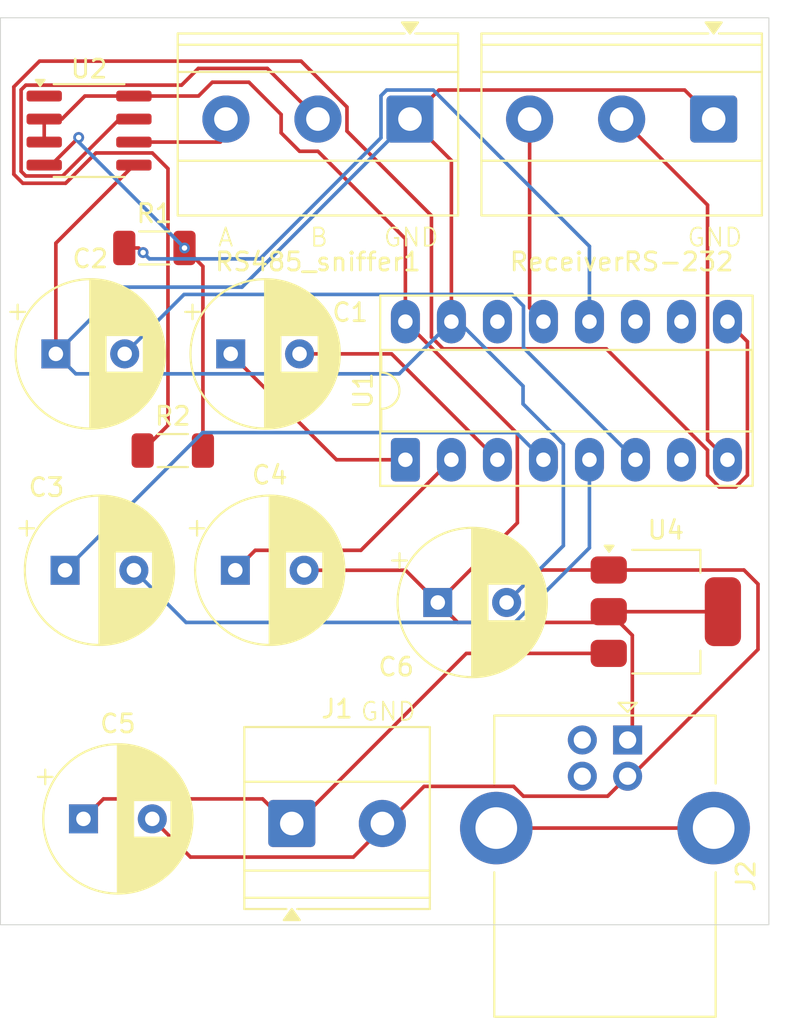
<source format=kicad_pcb>
(kicad_pcb (version 20241229) (generator "pcbnew") (generator_version "9.0")
  (layers (0 "F.Cu" signal) (2 "B.Cu" signal) (13 "F.Paste" user) (15 "B.Paste" user) (5 "F.SilkS" user "F.Silkscreen") (7 "B.SilkS" user "B.Silkscreen") (1 "F.Mask" user) (3 "B.Mask" user) (25 "Edge.Cuts" user))
  (net 0 "")
  (net 1 "Net-(U1-C1+)")
  (net 2 "Net-(U1-C1-)")
  (net 3 "GND")
  (net 4 "Net-(U1-VS-)")
  (net 5 "Net-(U1-C2+)")
  (net 6 "Net-(U1-C2-)")
  (net 7 "Net-(U1-VS+)")
  (net 8 "+5V")
  (net 9 "Net-(U2-DI)")
  (net 10 "Net-(U1-R1OUT)")
  (net 11 "Net-(U1-R2OUT)")
  (net 12 "Net-(J1-Pin_1)")
  (net 14 "unconnected-(J2-Shield-Pad5)")
  (net 16 "Net-(ReceiverRS-232-Pin_2)")
  (net 17 "Net-(ReceiverRS-232-Pin_3)")
  (net 18 "Net-(RS485_sniffer1-Pin_2)")
  (net 19 "Net-(RS485_sniffer1-Pin_3)")
  (footprint "Capacitor_THT:CP_Radial_D8.0mm_P3.80mm" (layer "F.Cu") (at 122.438 81.28)
    (property "Reference" "C4" (at 1.9 -5.25 0) (layer "F.SilkS"))
    (property "Value" "10uf")
    (pad "1" thru_hole rect (at 0 0) (size 1.6 1.6) (drill 0.8) (layers "*.Cu" "*.Mask") (net 7 "Net-(U1-VS+)"))
    (pad "2" thru_hole circle (at 3.8 0) (size 1.6 1.6) (drill 0.8) (layers "*.Cu" "*.Mask") (net 8 "+5V"))
  )
  (footprint "TerminalBlock_Phoenix:TerminalBlock_Phoenix_MKDS-1,5-3-5.08_1x03_P5.08mm_Horizontal" (layer "F.Cu") (at 148.844 56.388 180)
    (property "Reference" "ReceiverRS-232" (at 5.08 -7.874 0) (layer "F.SilkS"))
    (property "Value" "Conn_01x03_Pin")
    (pad "1" thru_hole roundrect (at 0 0 180) (size 2.6 2.6) (drill 1.3) (layers "*.Cu" "*.Mask") (roundrect_rratio 0.096154) (net 3 "GND"))
    (pad "2" thru_hole circle (at 5.08 0 180) (size 2.6 2.6) (drill 1.3) (layers "*.Cu" "*.Mask") (net 16 "Net-(ReceiverRS-232-Pin_2)"))
    (pad "3" thru_hole circle (at 10.16 0 180) (size 2.6 2.6) (drill 1.3) (layers "*.Cu" "*.Mask") (net 17 "Net-(ReceiverRS-232-Pin_3)"))
  )
  (footprint "Inductor_SMD:L_1206_3216Metric_Pad1.22x1.90mm_HandSolder" (layer "F.Cu") (at 118.9875 74.676)
    (property "Reference" "R2" (at 0 -1.9 0) (layer "F.SilkS"))
    (property "Value" "1k")
    (pad "1" smd roundrect (at -1.6625 0) (size 1.225 1.9) (layers "F.Cu" "F.Mask" "F.Paste") (roundrect_rratio 0.204082) (net 11 "Net-(U1-R2OUT)"))
    (pad "2" smd roundrect (at 1.6625 0) (size 1.225 1.9) (layers "F.Cu" "F.Mask" "F.Paste") (roundrect_rratio 0.204082) (net 9 "Net-(U2-DI)"))
  )
  (footprint "TerminalBlock_Phoenix:TerminalBlock_Phoenix_MKDS-1,5-3-5.08_1x03_P5.08mm_Horizontal" (layer "F.Cu") (at 132.08 56.388 180)
    (property "Reference" "RS485_sniffer1" (at 5.08 -7.874 0) (layer "F.SilkS"))
    (property "Value" "Conn_01x03_Pin")
    (pad "1" thru_hole roundrect (at 0 0 180) (size 2.6 2.6) (drill 1.3) (layers "*.Cu" "*.Mask") (roundrect_rratio 0.096154) (net 3 "GND"))
    (pad "2" thru_hole circle (at 5.08 0 180) (size 2.6 2.6) (drill 1.3) (layers "*.Cu" "*.Mask") (net 18 "Net-(RS485_sniffer1-Pin_2)"))
    (pad "3" thru_hole circle (at 10.16 0 180) (size 2.6 2.6) (drill 1.3) (layers "*.Cu" "*.Mask") (net 19 "Net-(RS485_sniffer1-Pin_3)"))
  )
  (footprint "Capacitor_THT:CP_Radial_D8.0mm_P3.80mm" (layer "F.Cu") (at 122.184 69.342)
    (property "Reference" "C1" (at 6.594 -2.286 0) (layer "F.SilkS"))
    (property "Value" "10uf")
    (pad "1" thru_hole rect (at 0 0) (size 1.6 1.6) (drill 0.8) (layers "*.Cu" "*.Mask") (net 1 "Net-(U1-C1+)"))
    (pad "2" thru_hole circle (at 3.8 0) (size 1.6 1.6) (drill 0.8) (layers "*.Cu" "*.Mask") (net 2 "Net-(U1-C1-)"))
  )
  (footprint "Package_SO:SOIC-8_3.9x4.9mm_P1.27mm" (layer "F.Cu") (at 114.365 57.023)
    (property "Reference" "U2" (at 0 -3.4 0) (layer "F.SilkS"))
    (property "Value" "MAX485E")
    (pad "1" smd roundrect (at -2.475 -1.905) (size 1.95 0.6) (layers "F.Cu" "F.Mask" "F.Paste"))
    (pad "2" smd roundrect (at -2.475 -0.635) (size 1.95 0.6) (layers "F.Cu" "F.Mask" "F.Paste") (net 8 "+5V"))
    (pad "3" smd roundrect (at -2.475 0.635) (size 1.95 0.6) (layers "F.Cu" "F.Mask" "F.Paste") (net 8 "+5V"))
    (pad "4" smd roundrect (at -2.475 1.905) (size 1.95 0.6) (layers "F.Cu" "F.Mask" "F.Paste") (net 9 "Net-(U2-DI)"))
    (pad "5" smd roundrect (at 2.475 1.905) (size 1.95 0.6) (layers "F.Cu" "F.Mask" "F.Paste") (net 3 "GND"))
    (pad "6" smd roundrect (at 2.475 0.635) (size 1.95 0.6) (layers "F.Cu" "F.Mask" "F.Paste") (net 19 "Net-(RS485_sniffer1-Pin_3)"))
    (pad "7" smd roundrect (at 2.475 -0.635) (size 1.95 0.6) (layers "F.Cu" "F.Mask" "F.Paste") (net 18 "Net-(RS485_sniffer1-Pin_2)"))
    (pad "8" smd roundrect (at 2.475 -1.905) (size 1.95 0.6) (layers "F.Cu" "F.Mask" "F.Paste") (net 8 "+5V"))
  )
  (footprint "Package_TO_SOT_SMD:SOT-223-3_TabPin2" (layer "F.Cu") (at 146.202 83.566)
    (property "Reference" "U4" (at 0 -4.5 0) (layer "F.SilkS"))
    (property "Value" "AMS1117-5.0")
    (pad "1" smd roundrect (at -3.15 -2.3) (size 2 1.5) (layers "F.Cu" "F.Mask" "F.Paste") (net 3 "GND"))
    (pad "2" smd roundrect (at -3.15 0) (size 2 1.5) (layers "F.Cu" "F.Mask" "F.Paste") (net 8 "+5V"))
    (pad "2" smd roundrect (at 3.15 0) (size 2 3.8) (layers "F.Cu" "F.Mask" "F.Paste") (net 8 "+5V"))
    (pad "3" smd roundrect (at -3.15 2.3) (size 2 1.5) (layers "F.Cu" "F.Mask" "F.Paste") (net 12 "Net-(J1-Pin_1)"))
  )
  (footprint "Capacitor_THT:CP_Radial_D8.0mm_P3.80mm" (layer "F.Cu") (at 133.614 83.058)
    (property "Reference" "C6" (at -2.296 3.556 0) (layer "F.SilkS"))
    (property "Value" "100uf")
    (pad "1" thru_hole rect (at 0 0) (size 1.6 1.6) (drill 0.8) (layers "*.Cu" "*.Mask") (net 8 "+5V"))
    (pad "2" thru_hole circle (at 3.8 0) (size 1.6 1.6) (drill 0.8) (layers "*.Cu" "*.Mask") (net 3 "GND"))
  )
  (footprint "Package_DIP:DIP-16_W7.62mm_Socket_LongPads" (layer "F.Cu") (at 131.826 75.184 90)
    (property "Reference" "U1" (at 3.81 -2.33 90) (layer "F.SilkS"))
    (property "Value" "MAX232")
    (pad "1" thru_hole roundrect (at 0 0 90) (size 2.4 1.6) (drill 0.8) (layers "*.Cu" "*.Mask") (roundrect_rratio 0.15625) (net 1 "Net-(U1-C1+)"))
    (pad "2" thru_hole oval (at 0 2.54 90) (size 2.4 1.6) (drill 0.8) (layers "*.Cu" "*.Mask") (net 7 "Net-(U1-VS+)"))
    (pad "3" thru_hole oval (at 0 5.08 90) (size 2.4 1.6) (drill 0.8) (layers "*.Cu" "*.Mask") (net 2 "Net-(U1-C1-)"))
    (pad "4" thru_hole oval (at 0 7.62 90) (size 2.4 1.6) (drill 0.8) (layers "*.Cu" "*.Mask") (net 5 "Net-(U1-C2+)"))
    (pad "5" thru_hole oval (at 0 10.16 90) (size 2.4 1.6) (drill 0.8) (layers "*.Cu" "*.Mask") (net 6 "Net-(U1-C2-)"))
    (pad "6" thru_hole oval (at 0 12.7 90) (size 2.4 1.6) (drill 0.8) (layers "*.Cu" "*.Mask") (net 4 "Net-(U1-VS-)"))
    (pad "7" thru_hole oval (at 0 15.24 90) (size 2.4 1.6) (drill 0.8) (layers "*.Cu" "*.Mask"))
    (pad "8" thru_hole oval (at 0 17.78 90) (size 2.4 1.6) (drill 0.8) (layers "*.Cu" "*.Mask") (net 16 "Net-(ReceiverRS-232-Pin_2)"))
    (pad "9" thru_hole oval (at 7.62 17.78 90) (size 2.4 1.6) (drill 0.8) (layers "*.Cu" "*.Mask") (net 11 "Net-(U1-R2OUT)"))
    (pad "10" thru_hole oval (at 7.62 15.24 90) (size 2.4 1.6) (drill 0.8) (layers "*.Cu" "*.Mask"))
    (pad "11" thru_hole oval (at 7.62 12.7 90) (size 2.4 1.6) (drill 0.8) (layers "*.Cu" "*.Mask"))
    (pad "12" thru_hole oval (at 7.62 10.16 90) (size 2.4 1.6) (drill 0.8) (layers "*.Cu" "*.Mask") (net 10 "Net-(U1-R1OUT)"))
    (pad "13" thru_hole oval (at 7.62 7.62 90) (size 2.4 1.6) (drill 0.8) (layers "*.Cu" "*.Mask") (net 17 "Net-(ReceiverRS-232-Pin_3)"))
    (pad "14" thru_hole oval (at 7.62 5.08 90) (size 2.4 1.6) (drill 0.8) (layers "*.Cu" "*.Mask"))
    (pad "15" thru_hole oval (at 7.62 2.54 90) (size 2.4 1.6) (drill 0.8) (layers "*.Cu" "*.Mask") (net 3 "GND"))
    (pad "16" thru_hole oval (at 7.62 0 90) (size 2.4 1.6) (drill 0.8) (layers "*.Cu" "*.Mask") (net 8 "+5V"))
  )
  (footprint "Connector_USB:USB_B_Lumberg_2411_02_Horizontal" (layer "F.Cu") (at 144.094 90.644 -90)
    (property "Reference" "J2" (at 7.5 -6.528 90) (layer "F.SilkS"))
    (property "Value" "USB_B")
    (pad "1" thru_hole rect (at 0 0) (size 1.6 1.6) (drill 0.95) (layers "*.Cu" "*.Mask") (net 8 "+5V"))
    (pad "2" thru_hole circle (at 0 2.5) (size 1.6 1.6) (drill 0.95) (layers "*.Cu" "*.Mask"))
    (pad "3" thru_hole circle (at 2 2.5) (size 1.6 1.6) (drill 0.95) (layers "*.Cu" "*.Mask"))
    (pad "4" thru_hole circle (at 2 0) (size 1.6 1.6) (drill 0.95) (layers "*.Cu" "*.Mask") (net 3 "GND"))
    (pad "5" thru_hole circle (at 4.86 -4.75) (size 4 4) (drill 2.3) (layers "*.Cu" "*.Mask") (net 14 "unconnected-(J2-Shield-Pad5)"))
    (pad "5" thru_hole circle (at 4.86 7.25) (size 4 4) (drill 2.3) (layers "*.Cu" "*.Mask") (net 14 "unconnected-(J2-Shield-Pad5)"))
  )
  (footprint "Capacitor_THT:CP_Radial_D8.0mm_P3.80mm" (layer "F.Cu") (at 114.056 94.996)
    (property "Reference" "C5" (at 1.9 -5.25 0) (layer "F.SilkS"))
    (property "Value" "100uf")
    (pad "1" thru_hole rect (at 0 0) (size 1.6 1.6) (drill 0.8) (layers "*.Cu" "*.Mask") (net 12 "Net-(J1-Pin_1)"))
    (pad "2" thru_hole circle (at 3.8 0) (size 1.6 1.6) (drill 0.8) (layers "*.Cu" "*.Mask") (net 3 "GND"))
  )
  (footprint "Inductor_SMD:L_1206_3216Metric_Pad1.22x1.90mm_HandSolder" (layer "F.Cu") (at 117.9715 63.5)
    (property "Reference" "R1" (at 0 -1.9 0) (layer "F.SilkS"))
    (property "Value" "1k")
    (pad "1" smd roundrect (at -1.6625 0) (size 1.225 1.9) (layers "F.Cu" "F.Mask" "F.Paste") (roundrect_rratio 0.204082) (net 10 "Net-(U1-R1OUT)"))
    (pad "2" smd roundrect (at 1.6625 0) (size 1.225 1.9) (layers "F.Cu" "F.Mask" "F.Paste") (roundrect_rratio 0.204082) (net 9 "Net-(U2-DI)"))
  )
  (footprint "Capacitor_THT:CP_Radial_D8.0mm_P3.80mm" (layer "F.Cu") (at 113.04 81.28)
    (property "Reference" "C3" (at -1.026 -4.572 0) (layer "F.SilkS"))
    (property "Value" "10uf")
    (pad "1" thru_hole rect (at 0 0) (size 1.6 1.6) (drill 0.8) (layers "*.Cu" "*.Mask") (net 5 "Net-(U1-C2+)"))
    (pad "2" thru_hole circle (at 3.8 0) (size 1.6 1.6) (drill 0.8) (layers "*.Cu" "*.Mask") (net 6 "Net-(U1-C2-)"))
  )
  (footprint "Capacitor_THT:CP_Radial_D8.0mm_P3.80mm" (layer "F.Cu") (at 112.532 69.342)
    (property "Reference" "C2" (at 1.9 -5.25 0) (layer "F.SilkS"))
    (property "Value" "10uf")
    (pad "1" thru_hole rect (at 0 0) (size 1.6 1.6) (drill 0.8) (layers "*.Cu" "*.Mask") (net 3 "GND"))
    (pad "2" thru_hole circle (at 3.8 0) (size 1.6 1.6) (drill 0.8) (layers "*.Cu" "*.Mask") (net 4 "Net-(U1-VS-)"))
  )
  (footprint "TerminalBlock_Phoenix:TerminalBlock_Phoenix_MKDS-1,5-2_1x02_P5.00mm_Horizontal" (layer "F.Cu") (at 125.556 95.25)
    (property "Reference" "J1" (at 2.5 -6.32 0) (layer "F.SilkS"))
    (property "Value" "supply pin 5 GND pin 9 +12V")
    (pad "1" thru_hole roundrect (at 0 0) (size 2.6 2.6) (drill 1.3) (layers "*.Cu" "*.Mask") (roundrect_rratio 0.096154) (net 12 "Net-(J1-Pin_1)"))
    (pad "2" thru_hole circle (at 5 0) (size 2.6 2.6) (drill 1.3) (layers "*.Cu" "*.Mask") (net 3 "GND"))
  )
  (gr_rect (start 109.474 50.8) (end 151.892 100.838) (stroke (width 0.05)) (fill no) (layer "Edge.Cuts"))
  (gr_text "B" (at 126.492 63.5 0) (layer "F.SilkS") (effects (font (size 1 1) (thickness 0.1)) (justify left bottom)))
  (gr_text "A" (at 121.412 63.5 0) (layer "F.SilkS") (effects (font (size 1 1) (thickness 0.1)) (justify left bottom)))
  (gr_text "GND" (at 130.556 63.5 0) (layer "F.SilkS") (effects (font (size 1 1) (thickness 0.1)) (justify left bottom)))
  (gr_text "GND" (at 147.32 63.5 0) (layer "F.SilkS") (effects (font (size 1 1) (thickness 0.1)) (justify left bottom)))
  (gr_text "GND" (at 129.286 89.662 0) (layer "F.SilkS") (effects (font (size 1 1) (thickness 0.1)) (justify left bottom)))
  (segment (start 122.184 69.342) (end 128.026 75.184) (width 0.2) (layer "F.Cu") (net 1))
  (segment (start 128.026 75.184) (end 131.826 75.184) (width 0.2) (layer "F.Cu") (net 1))
  (segment (start 131.064 69.342) (end 125.984 69.342) (width 0.2) (layer "F.Cu") (net 2))
  (segment (start 136.906 75.184) (end 131.064 69.342) (width 0.2) (layer "F.Cu") (net 2))
  (segment (start 119.965 97.105) (end 117.856 94.996) (width 0.2) (layer "F.Cu") (net 3))
  (segment (start 143.052 81.266) (end 139.206 81.266) (width 0.2) (layer "F.Cu") (net 3))
  (segment (start 112.532 63.236) (end 116.84 58.928) (width 0.2) (layer "F.Cu") (net 3))
  (segment (start 134.366 58.674) (end 132.08 56.388) (width 0.2) (layer "F.Cu") (net 3))
  (segment (start 130.556 95.504) (end 128.955 97.105) (width 0.2) (layer "F.Cu") (net 3))
  (segment (start 137.797106 93.203) (end 132.857 93.203) (width 0.2) (layer "F.Cu") (net 3))
  (segment (start 138.339106 93.745) (end 137.797106 93.203) (width 0.2) (layer "F.Cu") (net 3))
  (segment (start 132.857 93.203) (end 130.556 95.504) (width 0.2) (layer "F.Cu") (net 3))
  (segment (start 134.366 67.564) (end 134.366 58.674) (width 0.2) (layer "F.Cu") (net 3))
  (segment (start 151.291 82.042) (end 150.515 81.266) (width 0.2) (layer "F.Cu") (net 3))
  (segment (start 148.844 56.388) (end 147.243 54.787) (width 0.2) (layer "F.Cu") (net 3))
  (segment (start 150.515 81.266) (end 143.052 81.266) (width 0.2) (layer "F.Cu") (net 3))
  (segment (start 151.291 85.649) (end 151.291 82.042) (width 0.2) (layer "F.Cu") (net 3))
  (segment (start 144.296 92.644) (end 151.291 85.649) (width 0.2) (layer "F.Cu") (net 3))
  (segment (start 147.243 54.787) (end 133.681 54.787) (width 0.2) (layer "F.Cu") (net 3))
  (segment (start 139.206 81.266) (end 137.414 83.058) (width 0.2) (layer "F.Cu") (net 3))
  (segment (start 133.681 54.787) (end 132.08 56.388) (width 0.2) (layer "F.Cu") (net 3))
  (segment (start 112.532 69.342) (end 112.532 63.236) (width 0.2) (layer "F.Cu") (net 3))
  (segment (start 128.955 97.105) (end 119.965 97.105) (width 0.2) (layer "F.Cu") (net 3))
  (segment (start 142.993 93.745) (end 138.339106 93.745) (width 0.2) (layer "F.Cu") (net 3))
  (segment (start 144.094 92.644) (end 142.993 93.745) (width 0.2) (layer "F.Cu") (net 3))
  (segment (start 144.094 92.644) (end 144.296 92.644) (width 0.2) (layer "F.Cu") (net 3))
  (segment (start 113.633 70.443) (end 131.487 70.443) (width 0.2) (layer "B.Cu") (net 3))
  (segment (start 132.08 56.388) (end 122.806 65.662) (width 0.2) (layer "B.Cu") (net 3))
  (segment (start 138.322 72.102951) (end 140.547 74.327951) (width 0.2) (layer "B.Cu") (net 3))
  (segment (start 140.547 74.327951) (end 140.547 79.925) (width 0.2) (layer "B.Cu") (net 3))
  (segment (start 134.766 67.564) (end 138.322 71.12) (width 0.2) (layer "B.Cu") (net 3))
  (segment (start 140.547 79.925) (end 137.414 83.058) (width 0.2) (layer "B.Cu") (net 3))
  (segment (start 116.212 65.662) (end 112.532 69.342) (width 0.2) (layer "B.Cu") (net 3))
  (segment (start 122.806 65.662) (end 116.212 65.662) (width 0.2) (layer "B.Cu") (net 3))
  (segment (start 131.487 70.443) (end 134.366 67.564) (width 0.2) (layer "B.Cu") (net 3))
  (segment (start 134.366 67.564) (end 134.766 67.564) (width 0.2) (layer "B.Cu") (net 3))
  (segment (start 112.532 69.342) (end 113.633 70.443) (width 0.2) (layer "B.Cu") (net 3))
  (segment (start 138.322 71.12) (end 138.322 72.102951) (width 0.2) (layer "B.Cu") (net 3))
  (segment (start 137.700049 66.063) (end 138.345 66.707951) (width 0.2) (layer "B.Cu") (net 4))
  (segment (start 116.332 69.342) (end 119.611 66.063) (width 0.2) (layer "B.Cu") (net 4))
  (segment (start 138.345 69.003) (end 144.526 75.184) (width 0.2) (layer "B.Cu") (net 4))
  (segment (start 119.611 66.063) (end 137.700049 66.063) (width 0.2) (layer "B.Cu") (net 4))
  (segment (start 138.345 66.707951) (end 138.345 69.003) (width 0.2) (layer "B.Cu") (net 4))
  (segment (start 137.945 73.683) (end 139.446 75.184) (width 0.2) (layer "B.Cu") (net 5))
  (segment (start 113.04 81.28) (end 120.637 73.683) (width 0.2) (layer "B.Cu") (net 5))
  (segment (start 120.637 73.683) (end 137.945 73.683) (width 0.2) (layer "B.Cu") (net 5))
  (segment (start 141.986 80.04305) (end 137.87005 84.159) (width 0.2) (layer "B.Cu") (net 6))
  (segment (start 137.87005 84.159) (end 119.719 84.159) (width 0.2) (layer "B.Cu") (net 6))
  (segment (start 119.719 84.159) (end 116.84 81.28) (width 0.2) (layer "B.Cu") (net 6))
  (segment (start 141.986 75.184) (end 141.986 80.04305) (width 0.2) (layer "B.Cu") (net 6))
  (segment (start 123.539 80.179) (end 122.438 81.28) (width 0.2) (layer "F.Cu") (net 7))
  (segment (start 134.366 75.184) (end 129.371 80.179) (width 0.2) (layer "F.Cu") (net 7))
  (segment (start 129.371 80.179) (end 123.539 80.179) (width 0.2) (layer "F.Cu") (net 7))
  (segment (start 121.168922 54.356) (end 120.406922 55.118) (width 0.2) (layer "F.Cu") (net 8))
  (segment (start 126.238 81.28) (end 131.836 81.28) (width 0.2) (layer "F.Cu") (net 8))
  (segment (start 124.968 56.134) (end 123.19 54.356) (width 0.2) (layer "F.Cu") (net 8))
  (segment (start 111.89 56.388) (end 112.864999 56.388) (width 0.2) (layer "F.Cu") (net 8))
  (segment (start 125.984 58.166) (end 124.968 57.15) (width 0.2) (layer "F.Cu") (net 8))
  (segment (start 144.353 84.867) (end 144.353 90.385) (width 0.2) (layer "F.Cu") (net 8))
  (segment (start 138.007 78.665) (end 133.614 83.058) (width 0.2) (layer "F.Cu") (net 8))
  (segment (start 131.836 81.28) (end 133.614 83.058) (width 0.2) (layer "F.Cu") (net 8))
  (segment (start 127 58.166) (end 125.984 58.166) (width 0.2) (layer "F.Cu") (net 8))
  (segment (start 120.406922 55.118) (end 116.84 55.118) (width 0.2) (layer "F.Cu") (net 8))
  (segment (start 143.052 83.566) (end 144.353 84.867) (width 0.2) (layer "F.Cu") (net 8))
  (segment (start 124.968 57.15) (end 124.968 56.134) (width 0.2) (layer "F.Cu") (net 8))
  (segment (start 111.89 56.388) (end 111.89 57.658) (width 0.2) (layer "F.Cu") (net 8))
  (segment (start 134.715 84.159) (end 142.459 84.159) (width 0.2) (layer "F.Cu") (net 8))
  (segment (start 138.007 73.745) (end 138.007 78.665) (width 0.2) (layer "F.Cu") (net 8))
  (segment (start 143.052 83.566) (end 149.352 83.566) (width 0.2) (layer "F.Cu") (net 8))
  (segment (start 114.134999 55.118) (end 116.84 55.118) (width 0.2) (layer "F.Cu") (net 8))
  (segment (start 131.826 67.564) (end 138.007 73.745) (width 0.2) (layer "F.Cu") (net 8))
  (segment (start 131.826 67.564) (end 131.826 62.992) (width 0.2) (layer "F.Cu") (net 8))
  (segment (start 112.864999 56.388) (end 114.134999 55.118) (width 0.2) (layer "F.Cu") (net 8))
  (segment (start 144.353 90.385) (end 144.094 90.644) (width 0.2) (layer "F.Cu") (net 8))
  (segment (start 123.19 54.356) (end 121.168922 54.356) (width 0.2) (layer "F.Cu") (net 8))
  (segment (start 131.826 62.992) (end 127 58.166) (width 0.2) (layer "F.Cu") (net 8))
  (segment (start 133.614 83.058) (end 134.715 84.159) (width 0.2) (layer "F.Cu") (net 8))
  (segment (start 142.459 84.159) (end 143.052 83.566) (width 0.2) (layer "F.Cu") (net 8))
  (segment (start 111.89 58.928) (end 112.268 58.928) (width 0.2) (layer "F.Cu") (net 9))
  (segment (start 112.268 58.928) (end 113.792 57.404) (width 0.2) (layer "F.Cu") (net 9))
  (segment (start 120.65 64.516) (end 119.634 63.5) (width 0.2) (layer "F.Cu") (net 9))
  (segment (start 120.65 74.676) (end 120.65 64.516) (width 0.2) (layer "F.Cu") (net 9))
  (via (at 119.634 63.5) (size 0.6) (drill 0.3) (layers "F.Cu" "B.Cu") (net 9))
  (via (at 113.792 57.404) (size 0.6) (drill 0.3) (layers "F.Cu" "B.Cu") (net 9))
  (segment (start 113.792 57.404) (end 113.792 57.658) (width 0.2) (layer "B.Cu") (net 9))
  (segment (start 113.792 57.658) (end 119.634 63.5) (width 0.2) (layer "B.Cu") (net 9))
  (segment (start 116.309 63.5) (end 117.094 63.5) (width 0.2) (layer "F.Cu") (net 10))
  (segment (start 117.094 63.5) (end 117.348 63.754) (width 0.2) (layer "F.Cu") (net 10))
  (via (at 117.348 63.754) (size 0.6) (drill 0.3) (layers "F.Cu" "B.Cu") (net 10))
  (segment (start 117.348 63.754) (end 117.695 64.101) (width 0.2) (layer "B.Cu") (net 10))
  (segment (start 123.7999 64.101) (end 130.479 57.4219) (width 0.2) (layer "B.Cu") (net 10))
  (segment (start 130.479 55.10284) (end 130.79484 54.787) (width 0.2) (layer "B.Cu") (net 10))
  (segment (start 117.695 64.101) (end 123.7999 64.101) (width 0.2) (layer "B.Cu") (net 10))
  (segment (start 130.479 57.4219) (end 130.479 55.10284) (width 0.2) (layer "B.Cu") (net 10))
  (segment (start 130.79484 54.787) (end 133.36516 54.787) (width 0.2) (layer "B.Cu") (net 10))
  (segment (start 133.36516 54.787) (end 141.986 63.40784) (width 0.2) (layer "B.Cu") (net 10))
  (segment (start 141.986 63.40784) (end 141.986 67.564) (width 0.2) (layer "B.Cu") (net 10))
  (segment (start 150.707 76.040049) (end 150.707 68.665) (width 0.2) (layer "F.Cu") (net 11))
  (segment (start 142.9199 69.065) (end 148.505 74.6501) (width 0.2) (layer "F.Cu") (net 11))
  (segment (start 118.7205 59.123532) (end 117.855968 58.259) (width 0.2) (layer "F.Cu") (net 11))
  (segment (start 110.707932 59.93) (end 110.213 59.435068) (width 0.2) (layer "F.Cu") (net 11))
  (segment (start 110.213 54.610932) (end 111.630932 53.193) (width 0.2) (layer "F.Cu") (net 11))
  (segment (start 150.707 68.665) (end 149.606 67.564) (width 0.2) (layer "F.Cu") (net 11))
  (segment (start 126.069156 53.193) (end 128.601 55.724844) (width 0.2) (layer "F.Cu") (net 11))
  (segment (start 117.325 74.676) (end 118.7205 73.2805) (width 0.2) (layer "F.Cu") (net 11))
  (segment (start 149.149951 76.685) (end 150.062049 76.685) (width 0.2) (layer "F.Cu") (net 11))
  (segment (start 128.601 57.051156) (end 133.265 61.715156) (width 0.2) (layer "F.Cu") (net 11))
  (segment (start 148.505 76.040049) (end 149.149951 76.685) (width 0.2) (layer "F.Cu") (net 11))
  (segment (start 118.7205 73.2805) (end 118.7205 59.123532) (width 0.2) (layer "F.Cu") (net 11))
  (segment (start 133.265 68.420049) (end 133.909951 69.065) (width 0.2) (layer "F.Cu") (net 11))
  (segment (start 114.743068 58.259) (end 113.072068 59.93) (width 0.2) (layer "F.Cu") (net 11))
  (segment (start 148.505 74.6501) (end 148.505 76.040049) (width 0.2) (layer "F.Cu") (net 11))
  (segment (start 128.601 55.724844) (end 128.601 57.051156) (width 0.2) (layer "F.Cu") (net 11))
  (segment (start 133.909951 69.065) (end 142.9199 69.065) (width 0.2) (layer "F.Cu") (net 11))
  (segment (start 150.062049 76.685) (end 150.707 76.040049) (width 0.2) (layer "F.Cu") (net 11))
  (segment (start 117.855968 58.259) (end 114.743068 58.259) (width 0.2) (layer "F.Cu") (net 11))
  (segment (start 111.630932 53.193) (end 126.069156 53.193) (width 0.2) (layer "F.Cu") (net 11))
  (segment (start 110.213 59.435068) (end 110.213 54.610932) (width 0.2) (layer "F.Cu") (net 11))
  (segment (start 113.072068 59.93) (end 110.707932 59.93) (width 0.2) (layer "F.Cu") (net 11))
  (segment (start 133.265 61.715156) (end 133.265 68.420049) (width 0.2) (layer "F.Cu") (net 11))
  (segment (start 135.194 85.866) (end 125.556 95.504) (width 0.2) (layer "F.Cu") (net 12))
  (segment (start 123.947 93.895) (end 115.157 93.895) (width 0.2) (layer "F.Cu") (net 12))
  (segment (start 143.052 85.866) (end 135.194 85.866) (width 0.2) (layer "F.Cu") (net 12))
  (segment (start 125.556 95.504) (end 123.947 93.895) (width 0.2) (layer "F.Cu") (net 12))
  (segment (start 115.157 93.895) (end 114.056 94.996) (width 0.2) (layer "F.Cu") (net 12))
  (segment (start 148.844 95.504) (end 136.844 95.504) (width 0.2) (layer "F.Cu") (net 14))
  (segment (start 143.764 56.388) (end 148.505 61.129) (width 0.2) (layer "F.Cu") (net 16))
  (segment (start 148.505 74.083) (end 149.606 75.184) (width 0.2) (layer "F.Cu") (net 16))
  (segment (start 148.505 61.129) (end 148.505 74.083) (width 0.2) (layer "F.Cu") (net 16))
  (segment (start 138.684 66.802) (end 139.446 67.564) (width 0.2) (layer "F.Cu") (net 17))
  (segment (start 138.684 56.388) (end 138.684 66.802) (width 0.2) (layer "F.Cu") (net 17))
  (segment (start 116.046968 56.388) (end 112.905968 59.529) (width 0.2) (layer "F.Cu") (net 18))
  (segment (start 110.874032 59.529) (end 110.614 59.268968) (width 0.2) (layer "F.Cu") (net 18))
  (segment (start 124.206 53.594) (end 127 56.388) (width 0.2) (layer "F.Cu") (net 18))
  (segment (start 116.84 56.388) (end 116.046968 56.388) (width 0.2) (layer "F.Cu") (net 18))
  (segment (start 110.614 59.268968) (end 110.614 54.777032) (width 0.2) (layer "F.Cu") (net 18))
  (segment (start 110.614 54.777032) (end 110.874032 54.517) (width 0.2) (layer "F.Cu") (net 18))
  (segment (start 120.396 53.594) (end 124.206 53.594) (width 0.2) (layer "F.Cu") (net 18))
  (segment (start 119.473 54.517) (end 120.396 53.594) (width 0.2) (layer "F.Cu") (net 18))
  (segment (start 112.905968 59.529) (end 110.874032 59.529) (width 0.2) (layer "F.Cu") (net 18))
  (segment (start 110.874032 54.517) (end 119.473 54.517) (width 0.2) (layer "F.Cu") (net 18))
  (segment (start 116.84 57.658) (end 121.604586 57.658) (width 0.2) (layer "F.Cu") (net 19))
  (segment (start 121.92 57.342586) (end 121.92 56.388) (width 0.2) (layer "F.Cu") (net 19))
  (segment (start 121.604586 57.658) (end 121.92 57.342586) (width 0.2) (layer "F.Cu") (net 19))
)
</source>
